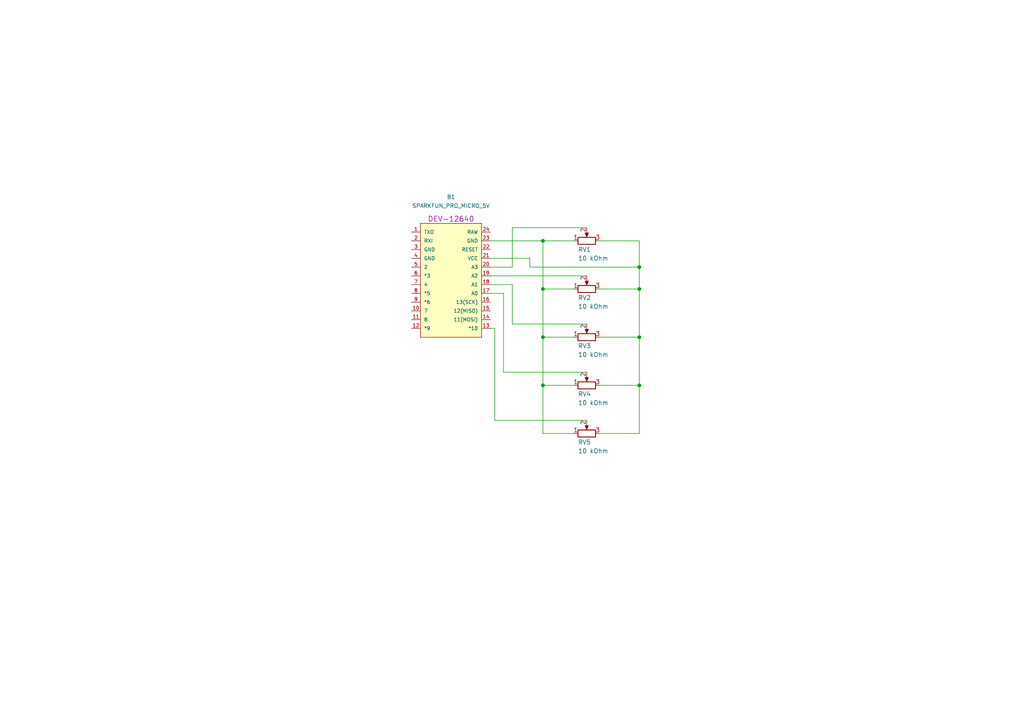
<source format=kicad_sch>
(kicad_sch (version 20211123) (generator eeschema)
  (paper "A4")
  (title_block (title "slim_deej") (date "2022-06-22") (rev "v00") (company "personal") (comment 1 "gnu.org/licenses/gpl-3.0.html") (comment 2 "License GPL by 3.0") (comment 3 "By: Han Kim"))
  (lib_symbols
    (symbol "Device:R_Potentiometer" (pin_names (offset 1.016) hide)
      (property "Reference" "RV" (at -4.445 0 90))
      (property "Value" "R_Potentiometer" (at -2.54 0 90))
      (symbol "R_Potentiometer_0_1"
        (polyline (pts (xy 2.54 0) (xy 1.524 0)))
        (polyline (pts (xy 1.143 0) (xy 2.286 0.508) (xy 2.286 -0.508) (xy 1.143 0)) (fill (type outline)))
        (rectangle (start 1.016 2.54) (end -1.016 -2.54) (stroke (width 0.254)))
      )
      (symbol "R_Potentiometer_1_1"
        (pin passive line (at 0 3.81 270) (length 1.27) (name "1") (number "1"))
        (pin passive line (at 3.81 0 180) (length 1.27) (name "2") (number "2"))
        (pin passive line (at 0 -3.81 90) (length 1.27) (name "3") (number "3"))
      )
    )
    (symbol "SparkFun-Boards:SPARKFUN_PRO_MICRO" (pin_names (offset 1.016))
      (property "Reference" "B" (at -8.89 17.78 0))
      (property "Value" "SPARKFUN_PRO_MICRO" (at -8.89 -19.05 0))
      (property "Field4" "XXX-00000" (at 0 21.59 0))
      (symbol "SPARKFUN_PRO_MICRO_1_1"
        (polyline (pts (xy -8.89 16.51) (xy -8.89 -16.51) (xy 8.89 -16.51) (xy 8.89 16.51) (xy -8.89 16.51)) (fill (type background)))
        (pin bidirectional line (at -11.43 13.97 0) (length 2.54) (name "TXO") (number "1"))
        (pin bidirectional line (at -11.43 -8.89 0) (length 2.54) (name "7") (number "10"))
        (pin bidirectional line (at -11.43 -11.43 0) (length 2.54) (name "8") (number "11"))
        (pin bidirectional line (at -11.43 -13.97 0) (length 2.54) (name "*9") (number "12"))
        (pin bidirectional line (at 11.43 -13.97 180) (length 2.54) (name "*10") (number "13"))
        (pin bidirectional line (at 11.43 -11.43 180) (length 2.54) (name "11(MOSI)") (number "14"))
        (pin bidirectional line (at 11.43 -8.89 180) (length 2.54) (name "12(MISO)") (number "15"))
        (pin bidirectional line (at 11.43 -6.35 180) (length 2.54) (name "13(SCK)") (number "16"))
        (pin bidirectional line (at 11.43 -3.81 180) (length 2.54) (name "A0") (number "17"))
        (pin bidirectional line (at 11.43 -1.27 180) (length 2.54) (name "A1") (number "18"))
        (pin bidirectional line (at 11.43 1.27 180) (length 2.54) (name "A2") (number "19"))
        (pin bidirectional line (at -11.43 11.43 0) (length 2.54) (name "RXI") (number "2"))
        (pin bidirectional line (at 11.43 3.81 180) (length 2.54) (name "A3") (number "20"))
        (pin power_in line (at 11.43 6.35 180) (length 2.54) (name "VCC") (number "21"))
        (pin bidirectional line (at 11.43 8.89 180) (length 2.54) (name "RESET") (number "22"))
        (pin power_in line (at 11.43 11.43 180) (length 2.54) (name "GND") (number "23"))
        (pin power_in line (at 11.43 13.97 180) (length 2.54) (name "RAW") (number "24"))
        (pin power_in line (at -11.43 8.89 0) (length 2.54) (name "GND") (number "3"))
        (pin power_in line (at -11.43 6.35 0) (length 2.54) (name "GND") (number "4"))
        (pin bidirectional line (at -11.43 3.81 0) (length 2.54) (name "2") (number "5"))
        (pin bidirectional line (at -11.43 1.27 0) (length 2.54) (name "*3") (number "6"))
        (pin bidirectional line (at -11.43 -1.27 0) (length 2.54) (name "4") (number "7"))
        (pin bidirectional line (at -11.43 -3.81 0) (length 2.54) (name "*5") (number "8"))
        (pin bidirectional line (at -11.43 -6.35 0) (length 2.54) (name "*6") (number "9"))
      )
    )
  )
  (junction (at 157.48 83.82))
  (junction (at 185.42 111.76))
  (junction (at 185.42 83.82))
  (junction (at 185.42 97.79))
  (junction (at 157.48 97.79))
  (junction (at 157.48 69.85))
  (junction (at 185.42 77.47))
  (junction (at 157.48 111.76))
  (wire (pts (xy 173.99 125.73) (xy 185.42 125.73)))
  (wire (pts (xy 170.18 66.04) (xy 148.59 66.04)))
  (wire (pts (xy 170.18 93.98) (xy 148.59 93.98)))
  (wire (pts (xy 170.18 121.92) (xy 143.51 121.92)))
  (wire (pts (xy 146.05 107.95) (xy 146.05 85.09)))
  (wire (pts (xy 173.99 83.82) (xy 185.42 83.82)))
  (wire (pts (xy 166.37 97.79) (xy 157.48 97.79)))
  (wire (pts (xy 142.24 82.55) (xy 148.59 82.55)))
  (wire (pts (xy 153.67 77.47) (xy 153.67 74.93)))
  (wire (pts (xy 185.42 111.76) (xy 185.42 97.79)))
  (wire (pts (xy 185.42 83.82) (xy 185.42 77.47)))
  (wire (pts (xy 173.99 111.76) (xy 185.42 111.76)))
  (wire (pts (xy 148.59 93.98) (xy 148.59 82.55)))
  (wire (pts (xy 173.99 97.79) (xy 185.42 97.79)))
  (wire (pts (xy 143.51 95.25) (xy 142.24 95.25)))
  (wire (pts (xy 157.48 69.85) (xy 157.48 83.82)))
  (wire (pts (xy 170.18 107.95) (xy 146.05 107.95)))
  (wire (pts (xy 153.67 74.93) (xy 142.24 74.93)))
  (wire (pts (xy 148.59 66.04) (xy 148.59 77.47)))
  (wire (pts (xy 157.48 83.82) (xy 157.48 97.79)))
  (wire (pts (xy 185.42 97.79) (xy 185.42 83.82)))
  (wire (pts (xy 143.51 121.92) (xy 143.51 95.25)))
  (wire (pts (xy 146.05 85.09) (xy 142.24 85.09)))
  (wire (pts (xy 142.24 69.85) (xy 157.48 69.85)))
  (wire (pts (xy 157.48 69.85) (xy 166.37 69.85)))
  (wire (pts (xy 185.42 69.85) (xy 185.42 77.47)))
  (wire (pts (xy 142.24 80.01) (xy 170.18 80.01)))
  (wire (pts (xy 157.48 97.79) (xy 157.48 111.76)))
  (wire (pts (xy 157.48 111.76) (xy 157.48 125.73)))
  (wire (pts (xy 166.37 83.82) (xy 157.48 83.82)))
  (wire (pts (xy 166.37 111.76) (xy 157.48 111.76)))
  (wire (pts (xy 185.42 125.73) (xy 185.42 111.76)))
  (wire (pts (xy 185.42 77.47) (xy 153.67 77.47)))
  (wire (pts (xy 173.99 69.85) (xy 185.42 69.85)))
  (wire (pts (xy 166.37 125.73) (xy 157.48 125.73)))
  (wire (pts (xy 148.59 77.47) (xy 142.24 77.47)))
  (symbol (lib_id "SparkFun-Boards:SPARKFUN_PRO_MICRO") (at 130.81 81.28 0) (unit 1)
    (property "Reference" "B1" (at 130.81 57.15 0) (effects (font (size 1.143 1.143))))
    (property "Value" "SPARKFUN_PRO_MICRO_5V" (at 130.81 59.69 0) (effects (font (size 1.143 1.143))))
    (property "Footprint" "SF_Boards:SPARKFUN_PRO_MICRO_ANALOG_HALF" (effects hide))
    (property "Field4" "DEV-12640" (at 130.81 63.5 0) (effects (font (size 1.524 1.524))))
  )
  (symbol (lib_id "Device:R_Potentiometer") (at 170.18 69.85 90) (unit 1)
    (property "Reference" "RV1" (at 167.64 72.39 90) (effects (justify right)))
    (property "Value" "10 kOhm" (at 167.64 74.93 90) (effects (justify right)))
    (property "Footprint" "rotary_pot_R0904N:R0904N" (effects hide))
  )
  (symbol (lib_id "Device:R_Potentiometer") (at 170.18 83.82 90) (unit 1)
    (property "Reference" "RV2" (at 167.64 86.36 90) (effects (justify right)))
    (property "Value" "10 kOhm" (at 167.64 88.9 90) (effects (justify right)))
    (property "Footprint" "rotary_pot_R0904N:R0904N" (effects hide))
  )
  (symbol (lib_id "Device:R_Potentiometer") (at 170.18 97.79 90) (unit 1)
    (property "Reference" "RV3" (at 167.64 100.33 90) (effects (justify right)))
    (property "Value" "10 kOhm" (at 167.64 102.87 90) (effects (justify right)))
    (property "Footprint" "rotary_pot_R0904N:R0904N" (effects hide))
  )
  (symbol (lib_id "Device:R_Potentiometer") (at 170.18 111.76 90) (unit 1)
    (property "Reference" "RV4" (at 167.64 114.3 90) (effects (justify right)))
    (property "Value" "10 kOhm" (at 167.64 116.84 90) (effects (justify right)))
    (property "Footprint" "rotary_pot_R0904N:R0904N" (effects hide))
  )
  (symbol (lib_id "Device:R_Potentiometer") (at 170.18 125.73 90) (unit 1)
    (property "Reference" "RV5" (at 167.64 128.27 90) (effects (justify right)))
    (property "Value" "10 kOhm" (at 167.64 130.81 90) (effects (justify right)))
    (property "Footprint" "rotary_pot_R0904N:R0904N" (effects hide))
  )
)
</source>
